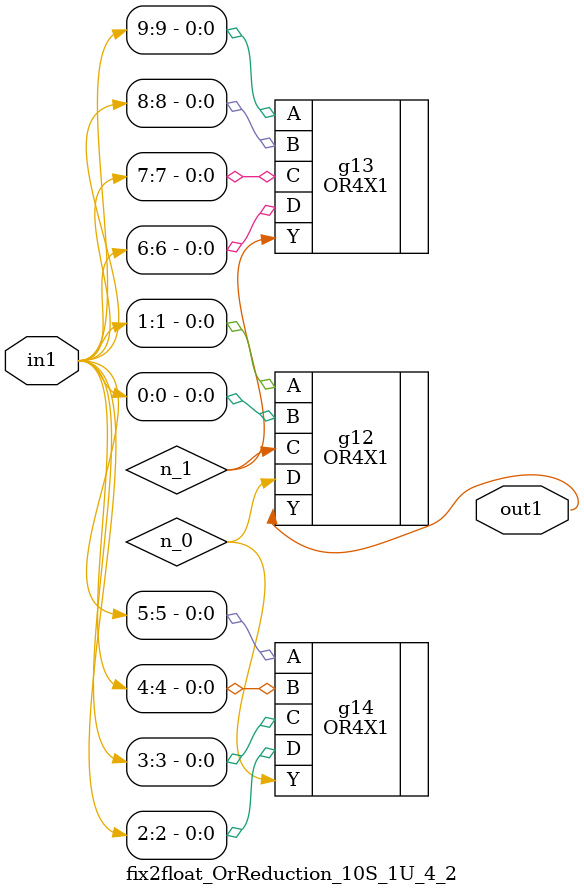
<source format=v>
`timescale 1ps / 1ps


module fix2float_OrReduction_10S_1U_4_2(in1, out1);
  input [9:0] in1;
  output out1;
  wire [9:0] in1;
  wire out1;
  wire n_0, n_1;
  OR4X1 g12(.A (in1[1]), .B (in1[0]), .C (n_1), .D (n_0), .Y (out1));
  OR4X1 g13(.A (in1[9]), .B (in1[8]), .C (in1[7]), .D (in1[6]), .Y
       (n_1));
  OR4X1 g14(.A (in1[5]), .B (in1[4]), .C (in1[3]), .D (in1[2]), .Y
       (n_0));
endmodule



</source>
